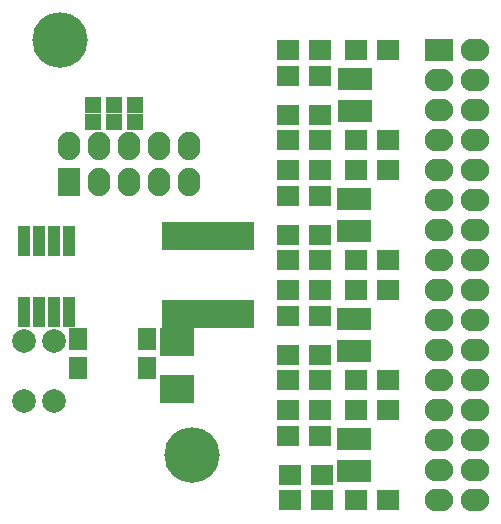
<source format=gbr>
G04 #@! TF.FileFunction,Soldermask,Bot*
%FSLAX46Y46*%
G04 Gerber Fmt 4.6, Leading zero omitted, Abs format (unit mm)*
G04 Created by KiCad (PCBNEW 4.0.4-stable) date 12/22/16 08:09:43*
%MOMM*%
%LPD*%
G01*
G04 APERTURE LIST*
%ADD10C,0.100000*%
%ADD11O,1.900000X2.400000*%
%ADD12R,1.900000X2.400000*%
%ADD13R,2.900000X2.400000*%
%ADD14R,1.650000X1.900000*%
%ADD15R,0.800000X2.400000*%
%ADD16R,1.900000X1.700000*%
%ADD17R,1.050000X1.900000*%
%ADD18C,2.000000*%
%ADD19R,1.000000X2.600000*%
%ADD20R,1.416000X1.416000*%
%ADD21O,2.400000X1.900000*%
%ADD22R,2.400000X1.900000*%
%ADD23C,4.700000*%
G04 APERTURE END LIST*
D10*
D11*
X169926000Y-114042000D03*
X169926000Y-111002000D03*
X167386000Y-111002000D03*
X167386000Y-114042000D03*
D12*
X159766000Y-114042000D03*
D11*
X159766000Y-111002000D03*
X162306000Y-114042000D03*
X162306000Y-111002000D03*
X164846000Y-114042000D03*
X164846000Y-111002000D03*
D13*
X168910000Y-127540000D03*
X168910000Y-131540000D03*
D14*
X166370000Y-127274000D03*
X166370000Y-129774000D03*
D15*
X168002000Y-118620000D03*
X175152000Y-125220000D03*
X168652000Y-118620000D03*
X169302000Y-118620000D03*
X169952000Y-118620000D03*
X170602000Y-118620000D03*
X171252000Y-118620000D03*
X171902000Y-118620000D03*
X172552000Y-118620000D03*
X173202000Y-118620000D03*
X173852000Y-118620000D03*
X174502000Y-118620000D03*
X175152000Y-118620000D03*
X174502000Y-125220000D03*
X173852000Y-125220000D03*
X173202000Y-125220000D03*
X172552000Y-125220000D03*
X171902000Y-125220000D03*
X171252000Y-125220000D03*
X170602000Y-125220000D03*
X169952000Y-125220000D03*
X169302000Y-125220000D03*
X168652000Y-125220000D03*
X168002000Y-125220000D03*
D16*
X184070000Y-102870000D03*
X186770000Y-102870000D03*
X184070000Y-113030000D03*
X186770000Y-113030000D03*
X178355000Y-105029000D03*
X181055000Y-105029000D03*
X181055000Y-102870000D03*
X178355000Y-102870000D03*
X178355000Y-115189000D03*
X181055000Y-115189000D03*
X181055000Y-113030000D03*
X178355000Y-113030000D03*
X178355000Y-108331000D03*
X181055000Y-108331000D03*
X181055000Y-110490000D03*
X178355000Y-110490000D03*
X178355000Y-118491000D03*
X181055000Y-118491000D03*
X181055000Y-120650000D03*
X178355000Y-120650000D03*
X186770000Y-110490000D03*
X184070000Y-110490000D03*
X186770000Y-120650000D03*
X184070000Y-120650000D03*
X184070000Y-123190000D03*
X186770000Y-123190000D03*
X184070000Y-133350000D03*
X186770000Y-133350000D03*
X178355000Y-125349000D03*
X181055000Y-125349000D03*
X181055000Y-123190000D03*
X178355000Y-123190000D03*
X178355000Y-135509000D03*
X181055000Y-135509000D03*
X181055000Y-133350000D03*
X178355000Y-133350000D03*
X178355000Y-128651000D03*
X181055000Y-128651000D03*
X181055000Y-130810000D03*
X178355000Y-130810000D03*
X178482000Y-138811000D03*
X181182000Y-138811000D03*
X181182000Y-140970000D03*
X178482000Y-140970000D03*
X186770000Y-130810000D03*
X184070000Y-130810000D03*
X186770000Y-140970000D03*
X184070000Y-140970000D03*
D17*
X183073000Y-105330000D03*
X184023000Y-105330000D03*
X184973000Y-105330000D03*
X184973000Y-108030000D03*
X183073000Y-108030000D03*
X184023000Y-108030000D03*
X182946000Y-115490000D03*
X183896000Y-115490000D03*
X184846000Y-115490000D03*
X184846000Y-118190000D03*
X182946000Y-118190000D03*
X183896000Y-118190000D03*
X182946000Y-125650000D03*
X183896000Y-125650000D03*
X184846000Y-125650000D03*
X184846000Y-128350000D03*
X182946000Y-128350000D03*
X183896000Y-128350000D03*
X182946000Y-135810000D03*
X183896000Y-135810000D03*
X184846000Y-135810000D03*
X184846000Y-138510000D03*
X182946000Y-138510000D03*
X183896000Y-138510000D03*
D18*
X155956000Y-127508000D03*
X155956000Y-132588000D03*
X158496000Y-127508000D03*
X158496000Y-132588000D03*
D19*
X159766000Y-125047000D03*
X158496000Y-125047000D03*
X157226000Y-125047000D03*
X155956000Y-125047000D03*
X155956000Y-119047000D03*
X157226000Y-119047000D03*
X158496000Y-119047000D03*
X159766000Y-119047000D03*
D14*
X160528000Y-127274000D03*
X160528000Y-129774000D03*
D20*
X161798000Y-108902500D03*
X161798000Y-107505500D03*
X163576000Y-108902500D03*
X163576000Y-107505500D03*
X165354000Y-108902500D03*
X165354000Y-107505500D03*
D21*
X191139000Y-140970000D03*
X194179000Y-140970000D03*
X191139000Y-135890000D03*
X194179000Y-135890000D03*
X194179000Y-138430000D03*
X191139000Y-138430000D03*
X191139000Y-133350000D03*
X194179000Y-133350000D03*
X194179000Y-130810000D03*
X191139000Y-130810000D03*
X191139000Y-128270000D03*
X194179000Y-128270000D03*
X194179000Y-125730000D03*
X191139000Y-125730000D03*
X191139000Y-123190000D03*
X194179000Y-123190000D03*
X194179000Y-120650000D03*
X191139000Y-120650000D03*
X191139000Y-118110000D03*
X194179000Y-118110000D03*
X194179000Y-115570000D03*
X191139000Y-115570000D03*
X191139000Y-113030000D03*
X194179000Y-113030000D03*
X194179000Y-110490000D03*
X191139000Y-110490000D03*
D22*
X191139000Y-102870000D03*
D21*
X194179000Y-102870000D03*
X191139000Y-105410000D03*
X194179000Y-105410000D03*
X191139000Y-107950000D03*
X194179000Y-107950000D03*
D23*
X170180000Y-137160000D03*
X159000000Y-102000000D03*
M02*

</source>
